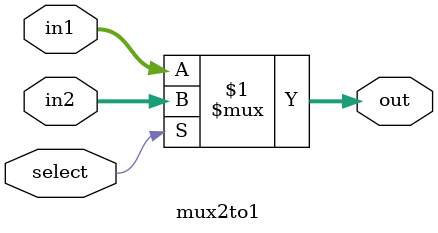
<source format=sv>
module mux2to1 #(parameter width = 16)(
    input logic select,
    input logic [width-1:0] in1, in2,
    output logic [width-1:0] out
);
    assign out = select ? in2 : in1;
endmodule
</source>
